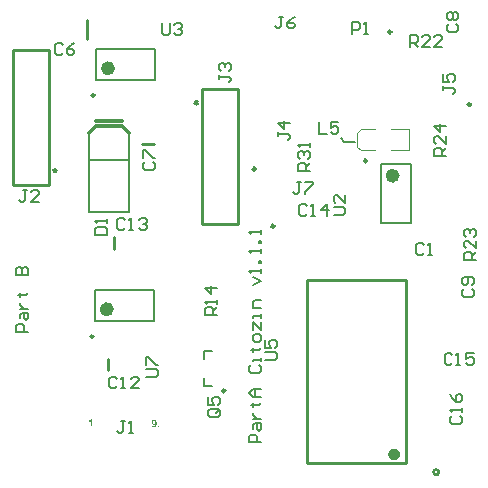
<source format=gto>
%FSLAX24Y24*%
%MOIN*%
G70*
G01*
G75*
G04 Layer_Color=16777215*
%ADD10C,0.0098*%
%ADD11R,0.0299X0.0945*%
%ADD12R,0.0315X0.0354*%
%ADD13R,0.0354X0.0315*%
%ADD14R,0.0276X0.0394*%
%ADD15R,0.0236X0.0886*%
%ADD16R,0.0591X0.0295*%
%ADD17R,0.0295X0.0591*%
%ADD18R,0.0354X0.0315*%
%ADD19R,0.0492X0.0433*%
%ADD20R,0.0906X0.0906*%
%ADD21R,0.0197X0.0236*%
%ADD22R,0.0236X0.0197*%
%ADD23R,0.0394X0.0276*%
%ADD24R,0.0315X0.0630*%
%ADD25R,0.0846X0.0335*%
%ADD26C,0.0335*%
%ADD27R,0.0335X0.0846*%
%ADD28R,0.0886X0.0236*%
%ADD29C,0.0276*%
%ADD30C,0.0118*%
%ADD31C,0.0138*%
%ADD32C,0.0079*%
%ADD33C,0.0197*%
%ADD34O,0.0472X0.0394*%
%ADD35R,0.0472X0.0394*%
%ADD36O,0.0669X0.1181*%
%ADD37C,0.0380*%
%ADD38R,0.0630X0.0315*%
%ADD39R,0.0906X0.0236*%
%ADD40R,0.0630X0.1063*%
%ADD41R,0.0358X0.0480*%
%ADD42R,0.0480X0.0358*%
%ADD43R,0.0118X0.0295*%
%ADD44R,0.2165X0.0827*%
%ADD45C,0.0100*%
%ADD46C,0.0236*%
%ADD47C,0.0394*%
%ADD48C,0.0039*%
%ADD49C,0.0061*%
G36*
X5061Y1732D02*
X5013D01*
Y1781D01*
X5061D01*
Y1732D01*
D02*
G37*
G36*
X2828Y1772D02*
X2779D01*
Y1954D01*
X2779Y1953D01*
X2778Y1953D01*
X2776Y1951D01*
X2775Y1949D01*
X2772Y1948D01*
X2769Y1945D01*
X2765Y1943D01*
X2761Y1940D01*
X2757Y1937D01*
X2752Y1934D01*
X2742Y1928D01*
X2730Y1922D01*
X2717Y1917D01*
Y1961D01*
X2717D01*
X2717Y1961D01*
X2718Y1962D01*
X2720Y1962D01*
X2724Y1964D01*
X2729Y1966D01*
X2735Y1969D01*
X2742Y1974D01*
X2750Y1978D01*
X2758Y1984D01*
X2758Y1985D01*
X2759Y1985D01*
X2760Y1986D01*
X2761Y1987D01*
X2765Y1991D01*
X2770Y1996D01*
X2775Y2002D01*
X2780Y2009D01*
X2785Y2016D01*
X2788Y2025D01*
X2828D01*
Y1772D01*
D02*
G37*
G36*
X4890Y1985D02*
X4893Y1985D01*
X4897Y1984D01*
X4901Y1983D01*
X4906Y1981D01*
X4911Y1980D01*
X4916Y1978D01*
X4921Y1976D01*
X4926Y1973D01*
X4932Y1969D01*
X4937Y1965D01*
X4942Y1961D01*
X4947Y1955D01*
X4947Y1955D01*
X4948Y1954D01*
X4949Y1952D01*
X4951Y1950D01*
X4953Y1947D01*
X4954Y1942D01*
X4957Y1938D01*
X4959Y1932D01*
X4961Y1926D01*
X4964Y1919D01*
X4966Y1910D01*
X4967Y1902D01*
X4969Y1892D01*
X4970Y1882D01*
X4971Y1870D01*
X4971Y1858D01*
Y1857D01*
Y1855D01*
Y1851D01*
X4971Y1847D01*
X4971Y1841D01*
X4970Y1834D01*
X4969Y1827D01*
X4968Y1819D01*
X4965Y1803D01*
X4963Y1795D01*
X4961Y1786D01*
X4958Y1779D01*
X4954Y1771D01*
X4950Y1764D01*
X4946Y1758D01*
X4945Y1758D01*
X4944Y1757D01*
X4943Y1755D01*
X4941Y1753D01*
X4938Y1751D01*
X4935Y1748D01*
X4932Y1746D01*
X4928Y1743D01*
X4923Y1740D01*
X4918Y1737D01*
X4913Y1735D01*
X4907Y1732D01*
X4900Y1730D01*
X4894Y1729D01*
X4886Y1728D01*
X4879Y1728D01*
X4876D01*
X4874Y1728D01*
X4872D01*
X4869Y1728D01*
X4862Y1730D01*
X4855Y1732D01*
X4847Y1734D01*
X4838Y1738D01*
X4831Y1743D01*
Y1744D01*
X4830Y1744D01*
X4828Y1746D01*
X4825Y1750D01*
X4822Y1755D01*
X4818Y1762D01*
X4814Y1770D01*
X4810Y1780D01*
X4808Y1790D01*
X4855Y1796D01*
Y1795D01*
X4855Y1793D01*
X4856Y1791D01*
X4857Y1788D01*
X4858Y1784D01*
X4859Y1780D01*
X4861Y1777D01*
X4863Y1774D01*
X4864Y1774D01*
X4865Y1773D01*
X4867Y1772D01*
X4868Y1771D01*
X4872Y1770D01*
X4875Y1769D01*
X4878Y1768D01*
X4883Y1768D01*
X4883D01*
X4885Y1768D01*
X4888Y1768D01*
X4891Y1769D01*
X4895Y1771D01*
X4900Y1773D01*
X4904Y1776D01*
X4908Y1781D01*
X4908Y1782D01*
X4909Y1783D01*
X4910Y1784D01*
X4911Y1786D01*
X4911Y1788D01*
X4913Y1790D01*
X4914Y1793D01*
X4915Y1797D01*
X4916Y1801D01*
X4917Y1806D01*
X4918Y1811D01*
X4919Y1817D01*
X4920Y1823D01*
X4921Y1831D01*
X4921Y1838D01*
X4921Y1838D01*
X4921Y1838D01*
X4920Y1836D01*
X4918Y1835D01*
X4914Y1832D01*
X4909Y1828D01*
X4902Y1824D01*
X4895Y1821D01*
X4886Y1818D01*
X4881Y1818D01*
X4876Y1817D01*
X4873D01*
X4871Y1818D01*
X4868Y1818D01*
X4865Y1818D01*
X4858Y1820D01*
X4850Y1823D01*
X4846Y1824D01*
X4842Y1827D01*
X4837Y1829D01*
X4833Y1833D01*
X4829Y1836D01*
X4825Y1840D01*
X4824Y1840D01*
X4824Y1841D01*
X4823Y1842D01*
X4821Y1844D01*
X4820Y1846D01*
X4818Y1849D01*
X4816Y1852D01*
X4814Y1856D01*
X4812Y1860D01*
X4810Y1864D01*
X4808Y1869D01*
X4807Y1875D01*
X4804Y1887D01*
X4804Y1893D01*
X4803Y1900D01*
Y1900D01*
Y1901D01*
Y1904D01*
X4804Y1906D01*
X4804Y1909D01*
X4804Y1913D01*
X4805Y1917D01*
X4806Y1922D01*
X4809Y1932D01*
X4810Y1937D01*
X4813Y1942D01*
X4815Y1947D01*
X4819Y1952D01*
X4822Y1957D01*
X4826Y1962D01*
X4826Y1962D01*
X4827Y1963D01*
X4828Y1964D01*
X4830Y1965D01*
X4832Y1967D01*
X4835Y1969D01*
X4838Y1971D01*
X4842Y1973D01*
X4845Y1976D01*
X4850Y1978D01*
X4855Y1980D01*
X4860Y1981D01*
X4865Y1983D01*
X4871Y1984D01*
X4877Y1985D01*
X4884Y1985D01*
X4888D01*
X4890Y1985D01*
D02*
G37*
%LPC*%
G36*
X4881Y1945D02*
X4879D01*
X4877Y1945D01*
X4874Y1944D01*
X4870Y1943D01*
X4867Y1941D01*
X4863Y1938D01*
X4859Y1935D01*
X4859Y1934D01*
X4858Y1933D01*
X4857Y1930D01*
X4855Y1926D01*
X4853Y1922D01*
X4852Y1915D01*
X4851Y1908D01*
X4851Y1900D01*
Y1899D01*
Y1899D01*
Y1897D01*
Y1896D01*
X4851Y1891D01*
X4852Y1886D01*
X4853Y1880D01*
X4855Y1874D01*
X4857Y1869D01*
X4860Y1864D01*
X4860Y1863D01*
X4862Y1862D01*
X4864Y1860D01*
X4867Y1858D01*
X4870Y1856D01*
X4874Y1854D01*
X4879Y1853D01*
X4884Y1852D01*
X4886D01*
X4889Y1853D01*
X4892Y1854D01*
X4896Y1855D01*
X4900Y1857D01*
X4904Y1860D01*
X4908Y1863D01*
X4908Y1864D01*
X4909Y1865D01*
X4911Y1868D01*
X4913Y1872D01*
X4914Y1876D01*
X4916Y1882D01*
X4917Y1888D01*
X4917Y1896D01*
Y1896D01*
Y1897D01*
Y1898D01*
Y1900D01*
X4917Y1904D01*
X4916Y1909D01*
X4915Y1915D01*
X4913Y1921D01*
X4910Y1927D01*
X4906Y1932D01*
X4906Y1933D01*
X4905Y1934D01*
X4902Y1937D01*
X4899Y1939D01*
X4896Y1941D01*
X4891Y1943D01*
X4886Y1945D01*
X4881Y1945D01*
D02*
G37*
%LPD*%
D10*
X2902Y12795D02*
G03*
X2902Y12795I-49J0D01*
G01*
X7254Y2953D02*
G03*
X7254Y2953I-49J0D01*
G01*
X11978Y10612D02*
G03*
X11978Y10612I-49J0D01*
G01*
X2862Y4764D02*
G03*
X2862Y4764I-49J0D01*
G01*
D30*
X2726Y11555D02*
X2953Y11782D01*
X3819D01*
X2953Y11929D02*
X3819D01*
Y11782D02*
X4045Y11555D01*
D32*
X2953Y13307D02*
Y14331D01*
X4921D01*
X2953Y13307D02*
X4921D01*
Y14331D01*
X6535Y3110D02*
Y3386D01*
Y3110D02*
X6811D01*
X6535Y4016D02*
Y4291D01*
X6811D01*
X2726Y8907D02*
Y11555D01*
Y8907D02*
X4045D01*
X2726Y10630D02*
X4045D01*
Y8907D02*
Y11555D01*
X12441Y8543D02*
Y10512D01*
X13465Y8543D02*
Y10512D01*
X12441Y8543D02*
X13465D01*
X12441Y10512D02*
X13465D01*
X2913Y5276D02*
Y6299D01*
X4882D01*
X2913Y5276D02*
X4882D01*
Y6299D01*
X11220Y11260D02*
X11575D01*
X11102Y11378D02*
X11220Y11260D01*
D45*
X6339Y12520D02*
G03*
X6293Y12496I-45J32D01*
G01*
X1535Y10315D02*
G03*
X1581Y10338I45J-32D01*
G01*
X15449Y12497D02*
G03*
X15449Y12497I-56J0D01*
G01*
X8284Y10338D02*
G03*
X8284Y10338I-56J0D01*
G01*
X12795Y14911D02*
G03*
X12795Y14911I-49J0D01*
G01*
X8904Y8435D02*
G03*
X8904Y8435I-56J0D01*
G01*
X14379Y236D02*
G03*
X14379Y236I-88J0D01*
G01*
X7587Y13024D02*
X7687D01*
Y8516D02*
Y13024D01*
X6487Y8516D02*
X7687D01*
X6487D02*
Y13024D01*
X7587D01*
X187Y9811D02*
X287D01*
X187D02*
Y14319D01*
X1387D01*
Y9811D02*
Y14319D01*
X287Y9811D02*
X1387D01*
X3553Y7687D02*
Y8071D01*
X3365Y3632D02*
Y4016D01*
X4488Y11191D02*
X4872D01*
X2638Y14686D02*
Y15306D01*
X9970Y541D02*
X9980Y531D01*
X9970Y541D02*
Y6654D01*
X13268D01*
X9980Y531D02*
X13268D01*
Y6654D01*
D46*
X3465Y13701D02*
G03*
X3465Y13701I-118J0D01*
G01*
X12953Y10118D02*
G03*
X12953Y10118I-118J0D01*
G01*
X3425Y5669D02*
G03*
X3425Y5669I-118J0D01*
G01*
D47*
X12888Y827D02*
G03*
X12888Y827I-2J0D01*
G01*
D48*
X11654Y11093D02*
X11782Y10965D01*
X12244D01*
X11654Y11093D02*
X11782Y10965D01*
X11654Y11093D02*
Y11535D01*
X11791Y11673D01*
X11663Y11545D02*
X11791Y11673D01*
X12244D01*
X12795Y10965D02*
X13386D01*
Y11673D01*
X12795D02*
X13386D01*
D49*
X9780Y9911D02*
X9649D01*
X9714D01*
Y9583D01*
X9649Y9518D01*
X9583D01*
X9518Y9583D01*
X9911Y9911D02*
X10174D01*
Y9846D01*
X9911Y9583D01*
Y9518D01*
X3924Y8635D02*
X3858Y8701D01*
X3727D01*
X3661Y8635D01*
Y8373D01*
X3727Y8307D01*
X3858D01*
X3924Y8373D01*
X4055Y8307D02*
X4186D01*
X4121D01*
Y8701D01*
X4055Y8635D01*
X4383D02*
X4449Y8701D01*
X4580D01*
X4645Y8635D01*
Y8569D01*
X4580Y8504D01*
X4514D01*
X4580D01*
X4645Y8438D01*
Y8373D01*
X4580Y8307D01*
X4449D01*
X4383Y8373D01*
X5157Y15197D02*
Y14869D01*
X5223Y14803D01*
X5354D01*
X5420Y14869D01*
Y15197D01*
X5551Y15131D02*
X5617Y15197D01*
X5748D01*
X5813Y15131D01*
Y15066D01*
X5748Y15000D01*
X5682D01*
X5748D01*
X5813Y14934D01*
Y14869D01*
X5748Y14803D01*
X5617D01*
X5551Y14869D01*
X10079Y10276D02*
X9685D01*
Y10472D01*
X9751Y10538D01*
X9882D01*
X9948Y10472D01*
Y10276D01*
Y10407D02*
X10079Y10538D01*
X9751Y10669D02*
X9685Y10735D01*
Y10866D01*
X9751Y10932D01*
X9816D01*
X9882Y10866D01*
Y10800D01*
Y10866D01*
X9948Y10932D01*
X10013D01*
X10079Y10866D01*
Y10735D01*
X10013Y10669D01*
X10079Y11063D02*
Y11194D01*
Y11128D01*
X9685D01*
X9751Y11063D01*
X14616Y10787D02*
X14223D01*
Y10984D01*
X14288Y11050D01*
X14419D01*
X14485Y10984D01*
Y10787D01*
Y10919D02*
X14616Y11050D01*
Y11443D02*
Y11181D01*
X14354Y11443D01*
X14288D01*
X14223Y11378D01*
Y11247D01*
X14288Y11181D01*
X14616Y11771D02*
X14223D01*
X14419Y11575D01*
Y11837D01*
X15610Y7303D02*
X15217D01*
Y7500D01*
X15282Y7566D01*
X15413D01*
X15479Y7500D01*
Y7303D01*
Y7434D02*
X15610Y7566D01*
Y7959D02*
Y7697D01*
X15348Y7959D01*
X15282D01*
X15217Y7894D01*
Y7762D01*
X15282Y7697D01*
Y8090D02*
X15217Y8156D01*
Y8287D01*
X15282Y8353D01*
X15348D01*
X15413Y8287D01*
Y8221D01*
Y8287D01*
X15479Y8353D01*
X15545D01*
X15610Y8287D01*
Y8156D01*
X15545Y8090D01*
X13417Y14419D02*
Y14813D01*
X13614D01*
X13679Y14747D01*
Y14616D01*
X13614Y14550D01*
X13417D01*
X13548D02*
X13679Y14419D01*
X14073D02*
X13811D01*
X14073Y14682D01*
Y14747D01*
X14007Y14813D01*
X13876D01*
X13811Y14747D01*
X14467Y14419D02*
X14204D01*
X14467Y14682D01*
Y14747D01*
X14401Y14813D01*
X14270D01*
X14204Y14747D01*
X6969Y5465D02*
X6575D01*
Y5662D01*
X6641Y5728D01*
X6772D01*
X6837Y5662D01*
Y5465D01*
Y5596D02*
X6969Y5728D01*
Y5859D02*
Y5990D01*
Y5924D01*
X6575D01*
X6641Y5859D01*
X6969Y6384D02*
X6575D01*
X6772Y6187D01*
Y6449D01*
X7021Y2338D02*
X6759D01*
X6693Y2272D01*
Y2141D01*
X6759Y2076D01*
X7021D01*
X7087Y2141D01*
Y2272D01*
X6955Y2207D02*
X7087Y2338D01*
Y2272D02*
X7021Y2338D01*
X6693Y2732D02*
Y2469D01*
X6890D01*
X6824Y2600D01*
Y2666D01*
X6890Y2732D01*
X7021D01*
X7087Y2666D01*
Y2535D01*
X7021Y2469D01*
X10374Y11909D02*
Y11516D01*
X10636D01*
X11030Y11909D02*
X10768D01*
Y11713D01*
X10899Y11778D01*
X10964D01*
X11030Y11713D01*
Y11581D01*
X10964Y11516D01*
X10833D01*
X10768Y11581D01*
X9016Y11562D02*
Y11430D01*
Y11496D01*
X9344D01*
X9409Y11430D01*
Y11365D01*
X9344Y11299D01*
X9409Y11890D02*
X9016D01*
X9213Y11693D01*
Y11955D01*
X7047Y13491D02*
Y13360D01*
Y13425D01*
X7375D01*
X7441Y13360D01*
Y13294D01*
X7375Y13228D01*
X7113Y13622D02*
X7047Y13688D01*
Y13819D01*
X7113Y13884D01*
X7179D01*
X7244Y13819D01*
Y13753D01*
Y13819D01*
X7310Y13884D01*
X7375D01*
X7441Y13819D01*
Y13688D01*
X7375Y13622D01*
X656Y9646D02*
X525D01*
X590D01*
Y9318D01*
X525Y9252D01*
X459D01*
X394Y9318D01*
X1050Y9252D02*
X787D01*
X1050Y9514D01*
Y9580D01*
X984Y9646D01*
X853D01*
X787Y9580D01*
X3924Y1929D02*
X3793D01*
X3858D01*
Y1601D01*
X3793Y1535D01*
X3727D01*
X3661Y1601D01*
X4055Y1535D02*
X4186D01*
X4121D01*
Y1929D01*
X4055Y1863D01*
X2912Y8150D02*
X3306D01*
Y8346D01*
X3240Y8412D01*
X2978D01*
X2912Y8346D01*
Y8150D01*
X3306Y8543D02*
Y8674D01*
Y8609D01*
X2912D01*
X2978Y8543D01*
X14810Y2123D02*
X14744Y2057D01*
Y1926D01*
X14810Y1860D01*
X15072D01*
X15138Y1926D01*
Y2057D01*
X15072Y2123D01*
X15138Y2254D02*
Y2385D01*
Y2319D01*
X14744D01*
X14810Y2254D01*
X14744Y2844D02*
X14810Y2713D01*
X14941Y2582D01*
X15072D01*
X15138Y2647D01*
Y2779D01*
X15072Y2844D01*
X15007D01*
X14941Y2779D01*
Y2582D01*
X14829Y4147D02*
X14764Y4212D01*
X14633D01*
X14567Y4147D01*
Y3884D01*
X14633Y3819D01*
X14764D01*
X14829Y3884D01*
X14961Y3819D02*
X15092D01*
X15026D01*
Y4212D01*
X14961Y4147D01*
X15551Y4212D02*
X15288D01*
Y4016D01*
X15420Y4081D01*
X15485D01*
X15551Y4016D01*
Y3884D01*
X15485Y3819D01*
X15354D01*
X15288Y3884D01*
X9987Y9108D02*
X9921Y9173D01*
X9790D01*
X9724Y9108D01*
Y8845D01*
X9790Y8780D01*
X9921D01*
X9987Y8845D01*
X10118Y8780D02*
X10249D01*
X10184D01*
Y9173D01*
X10118Y9108D01*
X10643Y8780D02*
Y9173D01*
X10446Y8976D01*
X10708D01*
X3648Y3359D02*
X3583Y3425D01*
X3451D01*
X3386Y3359D01*
Y3097D01*
X3451Y3031D01*
X3583D01*
X3648Y3097D01*
X3779Y3031D02*
X3911D01*
X3845D01*
Y3425D01*
X3779Y3359D01*
X4370Y3031D02*
X4107D01*
X4370Y3294D01*
Y3359D01*
X4304Y3425D01*
X4173D01*
X4107Y3359D01*
X15223Y6355D02*
X15158Y6289D01*
Y6158D01*
X15223Y6093D01*
X15486D01*
X15551Y6158D01*
Y6289D01*
X15486Y6355D01*
Y6486D02*
X15551Y6552D01*
Y6683D01*
X15486Y6748D01*
X15223D01*
X15158Y6683D01*
Y6552D01*
X15223Y6486D01*
X15289D01*
X15354Y6552D01*
Y6748D01*
X14702Y15184D02*
X14636Y15118D01*
Y14987D01*
X14702Y14921D01*
X14964D01*
X15030Y14987D01*
Y15118D01*
X14964Y15184D01*
X14702Y15315D02*
X14636Y15380D01*
Y15512D01*
X14702Y15577D01*
X14767D01*
X14833Y15512D01*
X14898Y15577D01*
X14964D01*
X15030Y15512D01*
Y15380D01*
X14964Y15315D01*
X14898D01*
X14833Y15380D01*
X14767Y15315D01*
X14702D01*
X14833Y15380D02*
Y15512D01*
X4578Y10577D02*
X4512Y10512D01*
Y10381D01*
X4578Y10315D01*
X4840D01*
X4905Y10381D01*
Y10512D01*
X4840Y10577D01*
X4512Y10709D02*
Y10971D01*
X4578D01*
X4840Y10709D01*
X4905D01*
X1837Y14462D02*
X1772Y14527D01*
X1640D01*
X1575Y14462D01*
Y14199D01*
X1640Y14134D01*
X1772D01*
X1837Y14199D01*
X2231Y14527D02*
X2100Y14462D01*
X1968Y14331D01*
Y14199D01*
X2034Y14134D01*
X2165D01*
X2231Y14199D01*
Y14265D01*
X2165Y14331D01*
X1968D01*
X13884Y7808D02*
X13819Y7874D01*
X13688D01*
X13622Y7808D01*
Y7546D01*
X13688Y7480D01*
X13819D01*
X13884Y7546D01*
X14016Y7480D02*
X14147D01*
X14081D01*
Y7874D01*
X14016Y7808D01*
X8593Y3986D02*
X8921D01*
X8986Y4052D01*
Y4183D01*
X8921Y4249D01*
X8593D01*
Y4642D02*
Y4380D01*
X8789D01*
X8724Y4511D01*
Y4577D01*
X8789Y4642D01*
X8921D01*
X8986Y4577D01*
Y4445D01*
X8921Y4380D01*
X14508Y13107D02*
Y12976D01*
Y13041D01*
X14836D01*
X14902Y12976D01*
Y12910D01*
X14836Y12844D01*
X14508Y13500D02*
Y13238D01*
X14705D01*
X14639Y13369D01*
Y13435D01*
X14705Y13500D01*
X14836D01*
X14902Y13435D01*
Y13304D01*
X14836Y13238D01*
X10866Y8819D02*
X11194D01*
X11260Y8884D01*
Y9016D01*
X11194Y9081D01*
X10866D01*
X11260Y9475D02*
Y9212D01*
X10997Y9475D01*
X10932D01*
X10866Y9409D01*
Y9278D01*
X10932Y9212D01*
X9190Y15423D02*
X9058D01*
X9124D01*
Y15095D01*
X9058Y15030D01*
X8993D01*
X8927Y15095D01*
X9583Y15423D02*
X9452Y15358D01*
X9321Y15226D01*
Y15095D01*
X9386Y15030D01*
X9518D01*
X9583Y15095D01*
Y15161D01*
X9518Y15226D01*
X9321D01*
X11496Y14843D02*
Y15236D01*
X11693D01*
X11758Y15171D01*
Y15039D01*
X11693Y14974D01*
X11496D01*
X11890Y14843D02*
X12021D01*
X11955D01*
Y15236D01*
X11890Y15171D01*
X4606Y3425D02*
X4934D01*
X5000Y3491D01*
Y3622D01*
X4934Y3688D01*
X4606D01*
Y3819D02*
Y4081D01*
X4672D01*
X4934Y3819D01*
X5000D01*
X679Y4902D02*
X286D01*
Y5098D01*
X351Y5164D01*
X482D01*
X548Y5098D01*
Y4902D01*
X417Y5361D02*
Y5492D01*
X482Y5558D01*
X679D01*
Y5361D01*
X614Y5295D01*
X548Y5361D01*
Y5558D01*
X417Y5689D02*
X679D01*
X548D01*
X482Y5754D01*
X417Y5820D01*
Y5886D01*
X351Y6148D02*
X417D01*
Y6082D01*
Y6213D01*
Y6148D01*
X614D01*
X679Y6213D01*
X286Y6804D02*
X679D01*
Y7001D01*
X614Y7066D01*
X548D01*
X482Y7001D01*
Y6804D01*
Y7001D01*
X417Y7066D01*
X351D01*
X286Y7001D01*
Y6804D01*
X8445Y1230D02*
X8051D01*
Y1427D01*
X8117Y1493D01*
X8248D01*
X8314Y1427D01*
Y1230D01*
X8183Y1689D02*
Y1821D01*
X8248Y1886D01*
X8445D01*
Y1689D01*
X8379Y1624D01*
X8314Y1689D01*
Y1886D01*
X8183Y2017D02*
X8445D01*
X8314D01*
X8248Y2083D01*
X8183Y2149D01*
Y2214D01*
X8117Y2477D02*
X8183D01*
Y2411D01*
Y2542D01*
Y2477D01*
X8379D01*
X8445Y2542D01*
Y2739D02*
X8183D01*
X8051Y2870D01*
X8183Y3001D01*
X8445D01*
X8248D01*
Y2739D01*
X8107Y3796D02*
X8041Y3730D01*
Y3599D01*
X8107Y3533D01*
X8369D01*
X8435Y3599D01*
Y3730D01*
X8369Y3796D01*
X8435Y3927D02*
Y4058D01*
Y3993D01*
X8173D01*
Y3927D01*
X8107Y4321D02*
X8173D01*
Y4255D01*
Y4386D01*
Y4321D01*
X8369D01*
X8435Y4386D01*
Y4649D02*
Y4780D01*
X8369Y4845D01*
X8238D01*
X8173Y4780D01*
Y4649D01*
X8238Y4583D01*
X8369D01*
X8435Y4649D01*
X8173Y4977D02*
Y5239D01*
X8435Y4977D01*
Y5239D01*
Y5370D02*
Y5501D01*
Y5436D01*
X8173D01*
Y5370D01*
X8435Y5698D02*
X8173D01*
Y5895D01*
X8238Y5961D01*
X8435D01*
X8173Y6485D02*
X8435Y6616D01*
X8173Y6748D01*
X8435Y6879D02*
Y7010D01*
Y6944D01*
X8041D01*
X8107Y6879D01*
X8435Y7207D02*
X8369D01*
Y7272D01*
X8435D01*
Y7207D01*
Y7535D02*
Y7666D01*
Y7600D01*
X8041D01*
X8107Y7535D01*
X8435Y7863D02*
X8369D01*
Y7928D01*
X8435D01*
Y7863D01*
Y8191D02*
Y8322D01*
Y8256D01*
X8041D01*
X8107Y8191D01*
M02*

</source>
